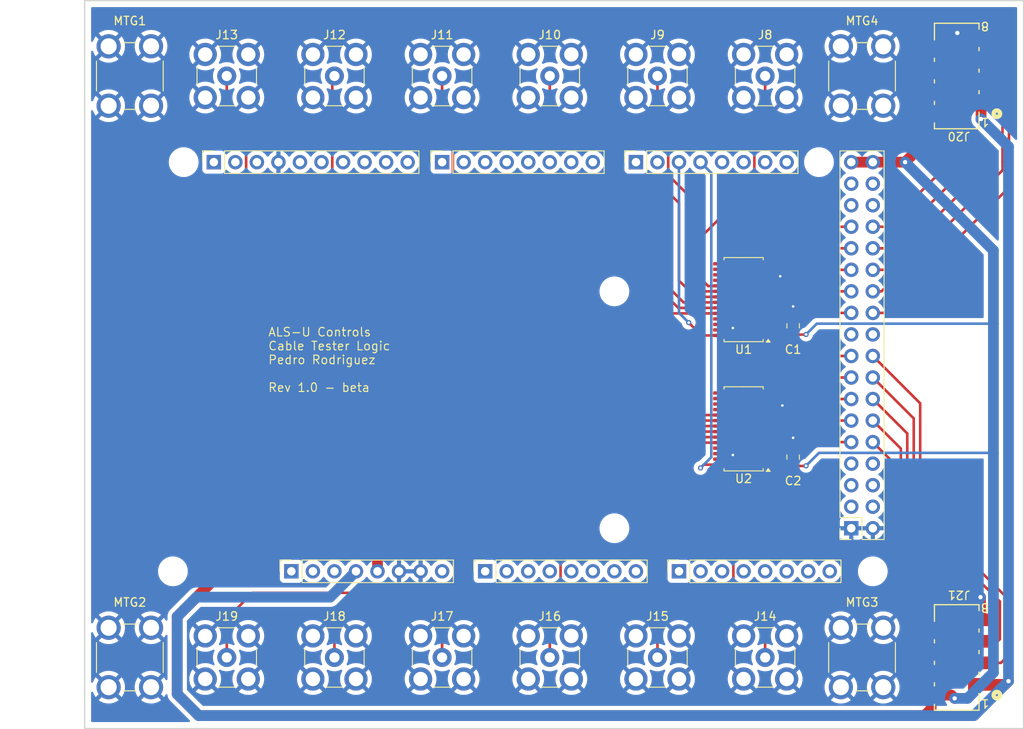
<source format=kicad_pcb>
(kicad_pcb (version 20241229) (generator "pcbnew") (generator_version "9.0")
  (title_block (date "mar. 31 mars 2015"))
  (layers (0 "F.Cu" signal) (2 "B.Cu" signal) (13 "F.Paste" user) (15 "B.Paste" user) (5 "F.SilkS" user "F.Silkscreen") (7 "B.SilkS" user "B.Silkscreen") (1 "F.Mask" user) (3 "B.Mask" user) (25 "Edge.Cuts" user))
  (net 0 "")
  (net 1 "GND")
  (net 2 "/D13")
  (net 3 "/D12")
  (net 4 "/D8")
  (net 5 "/D10")
  (net 6 "/D9")
  (net 7 "/D11")
  (net 8 "/D6")
  (net 9 "/D2")
  (net 10 "/RX{slash}D0")
  (net 11 "/D3")
  (net 12 "/D5")
  (net 13 "/D4")
  (net 14 "/D7")
  (net 15 "/TX{slash}D1")
  (net 16 "/RX3{slash}D15")
  (net 17 "/TX3{slash}D14")
  (net 18 "/RX2{slash}D17")
  (net 19 "/TX2{slash}D16")
  (net 20 "/TX1{slash}D18")
  (net 21 "/RX1{slash}D19")
  (net 22 "/SS{slash}D53")
  (net 23 "/D47")
  (net 24 "/D30")
  (net 25 "/MISO{slash}D50")
  (net 26 "/D48")
  (net 27 "/D36")
  (net 28 "/D31")
  (net 29 "/D43")
  (net 30 "/D28")
  (net 31 "/D29")
  (net 32 "/D33")
  (net 33 "/D45")
  (net 34 "+5V")
  (net 35 "/IOREF")
  (net 36 "/A0")
  (net 37 "/A1")
  (net 38 "/A2")
  (net 39 "/A3")
  (net 40 "/A4")
  (net 41 "/A5")
  (net 42 "/A6")
  (net 43 "/A7")
  (net 44 "/A8")
  (net 45 "/A9")
  (net 46 "/A10")
  (net 47 "/A11")
  (net 48 "/A12")
  (net 49 "/A13")
  (net 50 "/A14")
  (net 51 "/A15")
  (net 52 "/AREF")
  (net 53 "/SCK{slash}D52")
  (net 54 "/D46")
  (net 55 "/D27")
  (net 56 "/D38")
  (net 57 "/D23")
  (net 58 "/MOSI{slash}D51")
  (net 59 "/D42")
  (net 60 "/D37")
  (net 61 "/D49")
  (net 62 "/D40")
  (net 63 "/D34")
  (net 64 "/D39")
  (net 65 "/D44")
  (net 66 "/D35")
  (net 67 "+3V3")
  (net 68 "/SDA1{slash}D25")
  (net 69 "/SCL1{slash}D24")
  (net 70 "/D22")
  (net 71 "/D32")
  (net 72 "/SDA{slash}20")
  (net 73 "/SCL{slash}21")
  (net 74 "VCC")
  (net 75 "/~{RESET}")
  (net 77 "/D26")
  (net 78 "/D41")
  (net 79 "Net-(J8-In)")
  (net 80 "Net-(J9-In)")
  (net 81 "Net-(J10-In)")
  (net 82 "Net-(J11-In)")
  (net 83 "Net-(J12-In)")
  (net 84 "Net-(J13-In)")
  (net 85 "Net-(J14-In)")
  (net 86 "Net-(J15-In)")
  (net 87 "Net-(J16-In)")
  (net 88 "Net-(J17-In)")
  (net 89 "Net-(J18-In)")
  (net 90 "Net-(J19-In)")
  (net 91 "/SDA{slash}D20")
  (net 92 "/SCL{slash}D21")
  (footprint "Connector_PinSocket_2.54mm:PinSocket_2x18_P2.54mm_Vertical" (layer "F.Cu") (at 193.98 92.38 180)
    (property "Reference" "J7" (hide yes))
    (property "Value" "Digital")
  )
  (footprint "Connector_PinSocket_2.54mm:PinSocket_1x08_P2.54mm_Vertical" (layer "F.Cu") (at 127.94 97.46 90)
    (property "Reference" "J1" (hide yes))
    (property "Value" "Power")
  )
  (footprint "Connector_PinSocket_2.54mm:PinSocket_1x08_P2.54mm_Vertical" (layer "F.Cu") (at 150.8 97.46 90)
    (property "Reference" "J3" (hide yes))
    (property "Value" "Analog")
  )
  (footprint "Connector_PinSocket_2.54mm:PinSocket_1x08_P2.54mm_Vertical" (layer "F.Cu") (at 173.66 97.46 90)
    (property "Reference" "J5" (hide yes))
    (property "Value" "Analog")
  )
  (footprint "Connector_PinSocket_2.54mm:PinSocket_1x10_P2.54mm_Vertical" (layer "F.Cu") (at 118.796 49.2 90)
    (property "Reference" "J2" (hide yes))
    (property "Value" "PWM")
  )
  (footprint "Connector_PinSocket_2.54mm:PinSocket_1x08_P2.54mm_Vertical" (layer "F.Cu") (at 145.72 49.2 90)
    (property "Reference" "J4" (hide yes))
    (property "Value" "PWM")
  )
  (footprint "Connector_PinSocket_2.54mm:PinSocket_1x08_P2.54mm_Vertical" (layer "F.Cu") (at 168.58 49.2 90)
    (property "Reference" "J6" (hide yes))
    (property "Value" "Communication")
  )
  (footprint "Project_Footprints:CONN_7-188275-8_TYC" (layer "F.Cu") (at 209.249337 112.065 90)
    (property "Reference" "J21")
    (property "Value" "MircoMatch -8")
  )
  (footprint "Project_Footprints:SMB_Jack_Vertical" (layer "F.Cu") (at 133.02 107.62)
    (property "Reference" "J18")
    (property "Value" "Conn_Coaxial")
  )
  (footprint "Arduino_MountingHole:MountingHole_3.2mm" (layer "F.Cu") (at 196.52 97.46)
    (property "Reference" "MH6" (hide yes))
    (property "Value" "MountingHole_3.2mm" (hide yes))
  )
  (footprint "Capacitor_SMD:C_0805_2012Metric_Pad1.18x1.45mm_HandSolder" (layer "F.Cu") (at 187.122 68.504 90)
    (property "Reference" "C1")
    (property "Value" "100nF")
  )
  (footprint "Project_Footprints:SMB_Jack_Vertical" (layer "F.Cu") (at 120.32 39.04)
    (property "Reference" "J13")
    (property "Value" "Conn_Coaxial")
  )
  (footprint "Project_Footprints:SMB_Jack_Vertical" (layer "F.Cu") (at 145.72 39.04)
    (property "Reference" "J11")
    (property "Value" "Conn_Coaxial")
  )
  (footprint "Project_Footprints:SMB_Jack_Vertical" (layer "F.Cu") (at 145.72 107.62)
    (property "Reference" "J17")
    (property "Value" "Conn_Coaxial")
  )
  (footprint "Arduino_MountingHole:MountingHole_3.2mm" (layer "F.Cu") (at 115.24 49.2)
    (property "Reference" "MH1" (hide yes))
    (property "Value" "MountingHole_3.2mm" (hide yes))
  )
  (footprint "Capacitor_SMD:C_0805_2012Metric_Pad1.18x1.45mm_HandSolder" (layer "F.Cu") (at 187.122 83.998 90)
    (property "Reference" "C2")
    (property "Value" "100nF")
  )
  (footprint "Project_Footprints:SMB_Jack_Vertical" (layer "F.Cu") (at 171.12 107.62)
    (property "Reference" "J15")
    (property "Value" "Conn_Coaxial")
  )
  (footprint "Project_Footprints:SMB_Jack_Vertical" (layer "F.Cu") (at 183.82 107.62)
    (property "Reference" "J14")
    (property "Value" "Conn_Coaxial")
  )
  (footprint "Project_Footprints:KEYSTONE_7693-5" (layer "F.Cu") (at 195.25 107.62)
    (property "Reference" "MTG3")
    (property "Value" "Conn_02x02_Counter_Clockwise")
  )
  (footprint "Package_SO:TSSOP-28_4.4x9.7mm_P0.65mm" (layer "F.Cu") (at 181.28 80.655 180)
    (property "Reference" "U2")
    (property "Value" "DG1206EUI+")
  )
  (footprint "Project_Footprints:SMB_Jack_Vertical" (layer "F.Cu") (at 171.12 39.04)
    (property "Reference" "J9")
    (property "Value" "Conn_Coaxial")
  )
  (footprint "Project_Footprints:SMB_Jack_Vertical" (layer "F.Cu") (at 158.42 107.62)
    (property "Reference" "J16")
    (property "Value" "Conn_Coaxial")
  )
  (footprint "Project_Footprints:KEYSTONE_7693-5" (layer "F.Cu") (at 195.25 39.04)
    (property "Reference" "MTG4")
    (property "Value" "Conn_02x02_Counter_Clockwise")
  )
  (footprint "Project_Footprints:SMB_Jack_Vertical" (layer "F.Cu") (at 133.02 39.04)
    (property "Reference" "J12")
    (property "Value" "Conn_Coaxial")
  )
  (footprint "Package_SO:TSSOP-28_4.4x9.7mm_P0.65mm" (layer "F.Cu") (at 181.28 65.415 180)
    (property "Reference" "U1")
    (property "Value" "DG1206EUI+")
  )
  (footprint "Project_Footprints:CONN_7-188275-8_TYC" (layer "F.Cu") (at 209.249337 43.485 90)
    (property "Reference" "J20")
    (property "Value" "MircoMatch -8")
  )
  (footprint "Project_Footprints:KEYSTONE_7693-5" (layer "F.Cu") (at 108.89 107.62)
    (property "Reference" "MTG2")
    (property "Value" "Conn_02x02_Counter_Clockwise")
  )
  (footprint "Project_Footprints:SMB_Jack_Vertical" (layer "F.Cu") (at 183.82 39.04)
    (property "Reference" "J8")
    (property "Value" "Conn_Coaxial")
  )
  (footprint "Project_Footprints:KEYSTONE_7693-5" (layer "F.Cu") (at 108.89 39.04)
    (property "Reference" "MTG1")
    (property "Value" "Conn_02x02_Counter_Clockwise")
  )
  (footprint "Arduino_MountingHole:MountingHole_3.2mm" (layer "F.Cu") (at 113.97 97.46)
    (property "Reference" "MH2" (hide yes))
    (property "Value" "MountingHole_3.2mm" (hide yes))
  )
  (footprint "Arduino_MountingHole:MountingHole_3.2mm" (layer "F.Cu") (at 166.04 64.44)
    (property "Reference" "MH3" (hide yes))
    (property "Value" "MountingHole_3.2mm" (hide yes))
  )
  (footprint "Project_Footprints:SMB_Jack_Vertical" (layer "F.Cu") (at 158.42 39.04)
    (property "Reference" "J10")
    (property "Value" "Conn_Coaxial")
  )
  (footprint "Arduino_MountingHole:MountingHole_3.2mm" (layer "F.Cu") (at 166.04 92.38)
    (property "Reference" "MH4" (hide yes))
    (property "Value" "MountingHole_3.2mm" (hide yes))
  )
  (footprint "Arduino_MountingHole:MountingHole_3.2mm" (layer "F.Cu") (at 190.17 49.2)
    (property "Reference" "MH5" (hide yes))
    (property "Value" "MountingHole_3.2mm" (hide yes))
  )
  (footprint "Project_Footprints:SMB_Jack_Vertical" (layer "F.Cu") (at 120.32 107.62)
    (property "Reference" "J19")
    (property "Value" "Conn_Coaxial")
  )
  (gr_rect (start 103.556 30.15) (end 214.3 116.002) (stroke (width 0.15)) (fill no) (layer "Edge.Cuts"))
  (gr_text "ALS-U Controls\nCable Tester Logic\nPedro Rodriguez\n\nRev 1.0 - beta" (at 125.146 76.378 0) (layer "F.SilkS") (effects (font (size 1.016 1.016) (thickness 0.127)) (justify left bottom)))
  (segment (start 209.22 103.145663) (end 209.249337 103.175) (width 1.27) (layer "F.Cu") (net 1))
  (segment (start 209.22 100.508) (end 209.22 103.145663) (width 1.27) (layer "F.Cu") (net 1))
  (segment (start 184.1425 62.49) (end 185.426 62.49) (width 0.3048) (layer "F.Cu") (net 1))
  (segment (start 178.4175 84.23) (end 179.524 84.23) (width 0.3048) (layer "F.Cu") (net 1))
  (segment (start 207.120563 34.595) (end 206.485563 33.96) (width 1.27) (layer "F.Cu") (net 1))
  (segment (start 178.4175 68.99) (end 179.778 68.99) (width 0.3048) (layer "F.Cu") (net 1))
  (segment (start 179.778 68.99) (end 180.01 68.758) (width 0.3048) (layer "F.Cu") (net 1))
  (segment (start 185.68 77.73) (end 185.852 77.902) (width 0.3048) (layer "F.Cu") (net 1))
  (segment (start 179.524 84.23) (end 180.01 83.744) (width 0.3048) (layer "F.Cu") (net 1))
  (segment (start 187.122 82.9605) (end 187.122 81.712) (width 0.3048) (layer "F.Cu") (net 1))
  (segment (start 209.287437 34.595) (end 207.120563 34.595) (width 1.27) (layer "F.Cu") (net 1))
  (segment (start 187.122 67.4665) (end 187.122 66.218) (width 0.3048) (layer "F.Cu") (net 1))
  (segment (start 185.426 62.49) (end 185.598 62.662) (width 0.3048) (layer "F.Cu") (net 1))
  (segment (start 184.1425 77.73) (end 185.68 77.73) (width 0.3048) (layer "F.Cu") (net 1))
  (via (at 180.01 83.744) (size 0.6096) (drill 0.3048) (layers "F.Cu" "B.Cu") (net 1))
  (via (at 180.01 68.758) (size 0.6096) (drill 0.3048) (layers "F.Cu" "B.Cu") (net 1))
  (via (at 187.122 81.712) (size 0.6096) (drill 0.3048) (layers "F.Cu" "B.Cu") (net 1))
  (via (at 187.122 66.218) (size 0.6096) (drill 0.3048) (layers "F.Cu" "B.Cu") (net 1))
  (via (at 206.485563 33.96) (size 1.27) (drill 0.508) (layers "F.Cu" "B.Cu") (net 1))
  (via (at 185.852 77.902) (size 0.6096) (drill 0.3048) (layers "F.Cu" "B.Cu") (net 1))
  (via (at 209.22 100.508) (size 1.27) (drill 0.508) (layers "F.Cu" "B.Cu") (net 1))
  (via (at 185.598 62.662) (size 0.6096) (drill 0.3048) (layers "F.Cu" "B.Cu") (net 1))
  (segment (start 178.4175 84.88) (end 176.588 84.88) (width 0.3048) (layer "F.Cu") (net 18))
  (segment (start 176.588 84.88) (end 176.2 85.268) (width 0.3048) (layer "F.Cu") (net 18))
  (via (at 176.2 85.268) (size 0.6096) (drill 0.3048) (layers "F.Cu" "B.Cu") (net 18))
  (segment (start 176.2 85.268) (end 177.47 83.998) (width 0.3048) (layer "B.Cu") (net 18))
  (segment (start 177.47 83.998) (end 177.47 50.47) (width 0.3048) (layer "B.Cu") (net 18))
  (segment (start 177.47 50.47) (end 176.2 49.2) (width 0.3048) (layer "B.Cu") (net 18))
  (segment (start 174.803 68.123) (end 176.32 69.64) (width 0.3048) (layer "F.Cu") (net 19))
  (segment (start 176.32 69.64) (end 178.4175 69.64) (width 0.3048) (layer "F.Cu") (net 19))
  (via (at 174.803 68.123) (size 0.6096) (drill 0.3048) (layers "F.Cu" "B.Cu") (net 19))
  (segment (start 173.66 66.98) (end 173.66 49.2) (width 0.3048) (layer "B.Cu") (net 19))
  (segment (start 174.803 68.123) (end 173.66 66.98) (width 0.3048) (layer "B.Cu") (net 19))
  (segment (start 199.06 101.778) (end 201.727 104.445) (width 0.3048) (layer "F.Cu") (net 23))
  (segment (start 196.52 82.22) (end 199.06 84.76) (width 0.3048) (layer "F.Cu") (net 23))
  (segment (start 201.727 104.445) (end 203.399463 104.445) (width 0.3048) (layer "F.Cu") (net 23))
  (segment (start 199.06 84.76) (end 199.06 101.778) (width 0.3048) (layer "F.Cu") (net 23))
  (segment (start 181.9735 58.852) (end 185.852 58.852) (width 0.3048) (layer "F.Cu") (net 24))
  (segment (start 180.9575 61.9) (end 180.9575 59.868) (width 0.3048) (layer "F.Cu") (net 24))
  (segment (start 180.3675 62.49) (end 180.9575 61.9) (width 0.3048) (layer "F.Cu") (net 24))
  (segment (start 180.9575 59.868) (end 181.9735 58.852) (width 0.3048) (layer "F.Cu") (net 24))
  (segment (start 188.9 61.9) (end 193.98 61.9) (width 0.3048) (layer "F.Cu") (net 24))
  (segment (start 178.4175 62.49) (end 180.3675 62.49) (width 0.3048) (layer "F.Cu") (net 24))
  (segment (start 185.852 58.852) (end 188.9 61.9) (width 0.3048) (layer "F.Cu") (net 24))
  (segment (start 196.52 61.9) (end 197.79 61.9) (width 0.3048) (layer "F.Cu") (net 28))
  (segment (start 207.247563 37.516) (end 205.596563 35.865) (width 0.3048) (layer "F.Cu") (net 28))
  (segment (start 205.596563 35.865) (end 203.437563 35.865) (width 0.3048) (layer "F.Cu") (net 28))
  (segment (start 207.247563 52.442437) (end 207.247563 37.516) (width 0.3048) (layer "F.Cu") (net 28))
  (segment (start 197.79 61.9) (end 207.247563 52.442437) (width 0.3048) (layer "F.Cu") (net 28))
  (segment (start 206.426 103.048) (end 200.584 97.206) (width 0.3048) (layer "F.Cu") (net 29))
  (segment (start 205.283 109.525) (end 206.426 108.382) (width 0.3048) (layer "F.Cu") (net 29))
  (segment (start 200.584 97.206) (end 200.584 81.204) (width 0.3048) (layer "F.Cu") (net 29))
  (segment (start 200.584 81.204) (end 196.52 77.14) (width 0.3048) (layer "F.Cu") (net 29))
  (segment (start 206.426 108.382) (end 206.426 103.048) (width 0.3048) (layer "F.Cu") (net 29))
  (segment (start 203.399463 109.525) (end 205.283 109.525) (width 0.3048) (layer "F.Cu") (net 29))
  (segment (start 178.4175 61.84) (end 179.575238 61.84) (width 0.3048) (layer "F.Cu") (net 30))
  (segment (start 179.9415 59.36) (end 181.4655 57.836) (width 0.3048) (layer "F.Cu") (net 30))
  (segment (start 181.4655 57.836) (end 186.0375 57.836) (width 0.3048) (layer "F.Cu") (net 30))
  (segment (start 179.9415 61.473738) (end 179.9415 59.36) (width 0.3048) (layer "F.Cu") (net 30))
  (segment (start 179.575238 61.84) (end 179.9415 61.473738) (width 0.3048) (layer "F.Cu") (net 30))
  (segment (start 186.0375 57.836) (end 187.5615 59.36) (width 0.3048) (layer "F.Cu") (net 30))
  (segment (start 187.5615 59.36) (end 193.98 59.36) (width 0.3048) (layer "F.Cu") (net 30))
  (segment (start 206.485563 39.802) (end 205.088563 38.405) (width 0.3048) (layer "F.Cu") (net 31))
  (segment (start 205.088563 38.405) (end 203.437563 38.405) (width 0.3048) (layer "F.Cu") (net 31))
  (segment (start 206.485563 50.918437) (end 206.485563 39.802) (width 0.3048) (layer "F.Cu") (net 31))
  (segment (start 198.044 59.36) (end 206.485563 50.918437) (width 0.3048) (layer "F.Cu") (net 31))
  (segment (start 196.52 59.36) (end 198.044 59.36) (width 0.3048) (layer "F.Cu") (net 31))
  (segment (start 197.536 64.44) (end 211.819563 50.156437) (width 0.3048) (layer "F.Cu") (net 32))
  (segment (start 211.819563 40.31) (end 211.819563 49.140437) (width 0.3048) (layer "F.Cu") (net 32))
  (segment (start 211.184563 39.675) (end 211.819563 40.31) (width 0.3048) (layer "F.Cu") (net 32))
  (segment (start 196.52 64.44) (end 197.536 64.44) (width 0.3048) (layer "F.Cu") (net 32))
  (segment (start 209.287437 39.675) (end 211.184563 39.675) (width 0.3048) (layer "F.Cu") (net 32))
  (segment (start 211.819563 50.156437) (end 211.819563 49.140437) (width 0.3048) (layer "F.Cu") (net 32))
  (segment (start 205.664 103.302) (end 199.822 97.46) (width 0.3048) (layer "F.Cu") (net 33))
  (segment (start 199.822 82.982) (end 196.52 79.68) (width 0.3048) (layer "F.Cu") (net 33))
  (segment (start 203.399463 106.985) (end 205.283 106.985) (width 0.3048) (layer "F.Cu") (net 33))
  (segment (start 199.822 96.19) (end 199.822 82.982) (width 0.3048) (layer "F.Cu") (net 33))
  (segment (start 205.664 106.604) (end 205.664 103.302) (width 0.3048) (layer "F.Cu") (net 33))
  (segment (start 199.822 97.46) (end 199.822 96.19) (width 0.3048) (layer "F.Cu") (net 33))
  (segment (start 205.283 106.985) (end 205.664 106.604) (width 0.3048) (layer "F.Cu") (net 33))
  (segment (start 138.1 95.936) (end 135.56 93.396) (width 1.27) (layer "F.Cu") (net 34))
  (segment (start 187.122 85.0355) (end 188.6245 85.0355) (width 0.3048) (layer "F.Cu") (net 34))
  (segment (start 205.791 112.065) (end 206.172 112.446) (width 1.27) (layer "F.Cu") (net 34))
  (segment (start 184.1425 69.64) (end 187.0235 69.64) (width 0.3048) (layer "F.Cu") (net 34))
  (segment (start 196.52 49.2) (end 193.98 49.2) (width 1.27) (layer "F.Cu") (net 34))
  (segment (start 186.9665 84.88) (end 187.122 85.0355) (width 0.3048) (layer "F.Cu") (net 34))
  (segment (start 203.399463 113.694537) (end 203.399463 112.065) (width 1.27) (layer "F.Cu") (net 34))
  (segment (start 114.478 102.794) (end 114.478 111.938) (width 1.27) (layer "F.Cu") (net 34))
  (segment (start 117.018 114.478) (end 202.616 114.478) (width 1.27) (layer "F.Cu") (net 34))
  (segment (start 187.122 69.5415) (end 188.6245 69.5415) (width 0.3048) (layer "F.Cu") (net 34))
  (segment (start 184.1425 84.88) (end 186.9665 84.88) (width 0.3048) (layer "F.Cu") (net 34))
  (segment (start 135.56 93.396) (end 123.876 93.396) (width 1.27) (layer "F.Cu") (net 34))
  (segment (start 188.6245 69.5415) (end 188.646 69.52) (width 0.3048) (layer "F.Cu") (net 34))
  (segment (start 202.616 114.478) (end 203.399463 113.694537) (width 1.27) (layer "F.Cu") (net 34))
  (segment (start 114.478 111.938) (end 117.018 114.478) (width 1.27) (layer "F.Cu") (net 34))
  (segment (start 203.399463 112.065) (end 205.791 112.065) (width 1.27) (layer "F.Cu") (net 34))
  (segment (start 123.876 93.396) (end 114.478 102.794) (width 1.27) (layer "F.Cu") (net 34))
  (segment (start 188.6245 85.0355) (end 188.646 85.014) (width 0.3048) (layer "F.Cu") (net 34))
  (segment (start 203.437563 46.092437) (end 203.437563 43.485) (width 1.27) (layer "F.Cu") (net 34))
  (segment (start 200.33 49.2) (end 203.437563 46.092437) (width 1.27) (layer "F.Cu") (net 34))
  (segment (start 187.0235 69.64) (end 187.122 69.5415) (width 0.3048) (layer "F.Cu") (net 34))
  (segment (start 196.52 49.2) (end 200.33 49.2) (width 1.27) (layer "F.Cu") (net 34))
  (segment (start 138.1 97.46) (end 138.1 95.936) (width 1.27) (layer "F.Cu") (net 34))
  (via (at 206.172 112.446) (size 1.27) (drill 0.508) (layers "F.Cu" "B.Cu") (net 34))
  (via (at 188.646 85.014) (size 0.6096) (drill 0.3048) (layers "F.Cu" "B.Cu") (net 34))
  (via (at 188.646 69.52) (size 0.6096) (drill 0.3048) (layers "F.Cu" "B.Cu") (net 34))
  (via (at 200.33 49.2) (size 1.27) (drill 0.508) (layers "F.Cu" "B.Cu") (net 34))
  (segment (start 210.744 68.25) (end 210.744 59.614) (width 1.27) (layer "B.Cu") (net 34))
  (segment (start 210.744 83.49) (end 210.744 68.25) (width 1.27) (layer "B.Cu") (net 34))
  (segment (start 190.17 83.49) (end 210.744 83.49) (width 0.3048) (layer "B.Cu") (net 34))
  (segment (start 210.744 109.398) (end 210.744 83.49) (width 1.27) (layer "B.Cu") (net 34))
  (segment (start 207.696 112.446) (end 210.744 109.398) (width 1.27) (layer "B.Cu") (net 34))
  (segment (start 206.172 112.446) (end 207.696 112.446) (width 1.27) (layer "B.Cu") (net 34))
  (segment (start 189.916 68.25) (end 210.744 68.25) (width 0.3048) (layer "B.Cu") (net 34))
  (segment (start 210.744 59.614) (end 200.33 49.2) (width 1.27) (layer "B.Cu") (net 34))
  (segment (start 188.646 85.014) (end 190.17 83.49) (width 0.3048) (layer "B.Cu") (net 34))
  (segment (start 188.646 69.52) (end 189.916 68.25) (width 0.3048) (layer "B.Cu") (net 34))
  (segment (start 193.98 82.22) (end 191.694 82.22) (width 0.3048) (layer "F.Cu") (net 54))
  (segment (start 185.904 76.43) (end 184.1425 76.43) (width 0.3048) (layer "F.Cu") (net 54))
  (segment (start 191.694 82.22) (end 185.904 76.43) (width 0.3048) (layer "F.Cu") (net 54))
  (segment (start 205.342563 40.945) (end 205.723563 41.326) (width 0.3048) (layer "F.Cu") (net 55))
  (segment (start 198.044 56.82) (end 196.52 56.82) (width 0.3048) (layer "F.Cu") (net 55))
  (segment (start 205.723563 49.140437) (end 198.044 56.82) (width 0.3048) (layer "F.Cu") (net 55))
  (segment (start 205.723563 41.326) (end 205.723563 49.140437) (width 0.3048) (layer "F.Cu") (net 55))
  (segment (start 203.437563 40.945) (end 205.342563 40.945) (width 0.3048) (layer "F.Cu") (net 55))
  (segment (start 189.154 73.33) (end 190.424 72.06) (width 0.3048) (layer "F.Cu") (net 56))
  (segment (start 190.424 72.06) (end 193.98 72.06) (width 0.3048) (layer "F.Cu") (net 56))
  (segment (start 180.518 73.33) (end 186.614 73.33) (width 0.3048) (layer "F.Cu") (net 56))
  (segment (start 178.4175 76.43) (end 178.4175 75.4305) (width 0.3048) (layer "F.Cu") (net 56))
  (segment (start 178.4175 75.4305) (end 180.518 73.33) (width 0.3048) (layer "F.Cu") (net 56))
  (segment (start 186.614 73.33) (end 189.154 73.33) (width 0.3048) (layer "F.Cu") (net 56))
  (segment (start 187.63 74.854) (end 189.916 77.14) (width 0.3048) (layer "F.Cu") (net 59))
  (segment (start 189.916 77.14) (end 193.98 77.14) (width 0.3048) (layer "F.Cu") (net 59))
  (segment (start 182.804 74.854) (end 187.63 74.854) (width 0.3048) (layer "F.Cu") (net 59))
  (segment (start 178.4175 77.73) (end 179.928 77.73) (width 0.3048) (layer "F.Cu") (net 59))
  (segment (start 179.928 77.73) (end 182.804 74.854) (width 0.3048) (layer "F.Cu") (net 59))
  (segment (start 178.4175 77.08) (end 179.435 77.08) (width 0.3048) (layer "F.Cu") (net 62))
  (segment (start 188.9 74.092) (end 186.106 74.092) (width 0.3048) (layer "F.Cu") (net 62))
  (segment (start 189.408 74.6) (end 188.9 74.092) (width 0.3048) (layer "F.Cu") (net 62))
  (segment (start 193.98 74.6) (end 189.408 74.6) (width 0.3048) (layer "F.Cu") (net 62))
  (segment (start 182.423 74.092) (end 186.106 74.092) (width 0.3048) (layer "F.Cu") (net 62))
  (segment (start 179.435 77.08) (end 182.423 74.092) (width 0.3048) (layer "F.Cu") (net 62))
  (segment (start 185.65 61.19) (end 191.44 66.98) (width 0.3048) (layer "F.Cu") (net 63))
  (segment (start 191.44 66.98) (end 193.98 66.98) (width 0.3048) (layer "F.Cu") (net 63))
  (segment (start 184.1425 61.19) (end 185.65 61.19) (width 0.3048) (layer "F.Cu") (net 63))
  (segment (start 209.249337 108.255) (end 211.633 108.255) (width 0.3048) (layer "F.Cu") (net 64))
  (segment (start 212.268 100.508) (end 202.108 90.348) (width 0.3048) (layer "F.Cu") (net 64))
  (segment (start 212.268 107.62) (end 212.268 100.508) (width 0.3048) (layer "F.Cu") (net 64))
  (segment (start 202.108 90.348) (end 202.108 77.648) (width 0.3048) (layer "F.Cu") (net 64))
  (segment (start 202.108 77.648) (end 196.52 72.06) (width 0.3048) (layer "F.Cu") (net 64))
  (segment (start 211.633 108.255) (end 212.268 107.62) (width 0.3048) (layer "F.Cu") (net 64))
  (segment (start 186.868 75.616) (end 183.312 75.616) (width 0.3048) (layer "F.Cu") (net 65))
  (segment (start 183.312 75.616) (end 180.548 78.38) (width 0.3048) (layer "F.Cu") (net 65))
  (segment (start 180.548 78.38) (end 178.4175 78.38) (width 0.3048) (layer "F.Cu") (net 65))
  (segment (start 190.932 79.68) (end 186.868 75.616) (width 0.3048) (layer "F.Cu") (net 65))
  (segment (start 193.98 79.68) (end 190.932 79.68) (width 0.3048) (layer "F.Cu") (net 65))
  (segment (start 196.52 66.98) (end 197.79 66.98) (width 0.3048) (layer "F.Cu") (net 66))
  (segment (start 197.79 66.98) (end 212.581563 52.188437) (width 0.3048) (layer "F.Cu") (net 66))
  (segment (start 212.581563 38.532) (end 211.184563 37.135) (width 0.3048) (layer "F.Cu") (net 66))
  (segment (start 211.184563 37.135) (end 209.287437 37.135) (width 0.3048) (layer "F.Cu") (net 66))
  (segment (start 212.581563 52.188437) (end 212.581563 38.532) (width 0.3048) (layer "F.Cu") (net 66))
  (segment (start 209.249337 110.795) (end 212.141 110.795) (width 1.27) (layer "F.Cu") (net 67))
  (segment (start 209.287437 42.215) (end 209.287437 44.112126) (width 1.27) (layer "F.Cu") (net 67))
  (segment (start 209.287437 44.112126) (end 209.279563 44.12) (width 1.27) (layer "F.Cu") (net 67))
  (segment (start 212.141 110.795) (end 212.522 110.414) (width 1.27) (layer "F.Cu") (net 67))
  (via (at 209.279563 44.12) (size 1.27) (drill 0.508) (layers "F.Cu" "B.Cu") (net 67))
  (via (at 212.522 110.414) (size 1.27) (drill 0.508) (layers "F.Cu" "B.Cu") (net 67))
  (segment (start 212.522 47.362437) (end 209.279563 44.12) (width 1.27) (layer "B.Cu") (net 67))
  (segment (start 132.512 100.508) (end 135.56 97.46) (width 1.27) (layer "B.Cu") (net 67))
  (segment (start 212.522 110.414) (end 208.458 114.478) (width 1.27) (layer "B.Cu") (net 67))
  (segment (start 116.764 100.508) (end 132.512 100.508) (width 1.27) (layer "B.Cu") (net 67))
  (segment (start 208.458 114.478) (end 117.018 114.478) (width 1.27) (layer "B.Cu") (net 67))
  (segment (start 212.522 110.414) (end 212.522 47.362437) (width 1.27) (layer "B.Cu") (net 67))
  (segment (start 114.478 102.794) (end 116.764 100.508) (width 1.27) (layer "B.Cu") (net 67))
  (segment (start 117.018 114.478) (end 114.478 111.938) (width 1.27) (layer "B.Cu") (net 67))
  (segment (start 114.478 111.938) (end 114.478 102.794) (width 1.27) (layer "B.Cu") (net 67))
  (segment (start 178.4175 63.14) (end 181.2415 63.14) (width 0.3048) (layer "F.Cu") (net 71))
  (segment (start 190.17 64.44) (end 193.98 64.44) (width 0.3048) (layer "F.Cu") (net 71))
  (segment (start 185.598 59.868) (end 190.17 64.44) (width 0.3048) (layer "F.Cu") (net 71))
  (segment (start 182.804 59.868) (end 185.598 59.868) (width 0.3048) (layer "F.Cu") (net 71))
  (segment (start 182.296 60.376) (end 182.804 59.868) (width 0.3048) (layer "F.Cu") (net 71))
  (segment (start 181.2415 63.14) (end 182.296 62.0855) (width 0.3048) (layer "F.Cu") (net 71))
  (segment (start 182.296 62.0855) (end 182.296 60.376) (width 0.3048) (layer "F.Cu") (net 71))
  (segment (start 178.4175 61.19) (end 178.4175 58.852) (width 0.3048) (layer "F.Cu") (net 77))
  (segment (start 178.4175 58.852) (end 180.4495 56.82) (width 0.3048) (layer "F.Cu") (net 77))
  (segment (start 180.4495 56.82) (end 193.98 56.82) (width 0.3048) (layer "F.Cu") (net 77))
  (segment (start 211.506 101.016) (end 201.346 90.856) (width 0.3048) (layer "F.Cu") (net 78))
  (segment (start 211.506 105.461) (end 211.506 101.016) (width 0.3048) (layer "F.Cu") (net 78))
  (segment (start 201.346 79.426) (end 196.52 74.6) (width 0.3048) (layer "F.Cu") (net 78))
  (segment (start 211.252 105.715) (end 211.506 105.461) (width 0.3048) (layer "F.Cu") (net 78))
  (segment (start 209.249337 105.715) (end 211.252 105.715) (width 0.3048) (layer "F.Cu") (net 78))
  (segment (start 201.346 90.856) (end 201.346 79.426) (width 0.3048) (layer "F.Cu") (net 78))
  (segment (start 178.4175 63.79) (end 178.3976 63.8099) (width 0.3048) (layer "F.Cu") (net 79))
  (segment (start 177.0939 63.8099) (end 175.692 62.408) (width 0.3048) (layer "F.Cu") (net 79))
  (segment (start 182.55 51.74) (end 182.55 45.136) (width 0.3048) (layer "F.Cu") (net 79))
  (segment (start 178.3976 63.8099) (end 177.0939 63.8099) (width 0.3048) (layer "F.Cu") (net 79))
  (segment (start 183.82 43.866) (end 183.82 39.04) (width 0.3048) (layer "F.Cu") (net 79))
  (segment (start 182.55 45.136) (end 183.82 43.866) (width 0.3048) (layer "F.Cu") (net 79))
  (segment (start 175.692 58.598) (end 182.55 51.74) (width 0.3048) (layer "F.Cu") (net 79))
  (segment (start 175.692 62.408) (end 175.692 58.598) (width 0.3048) (layer "F.Cu") (net 79))
  (segment (start 178.4175 64.44) (end 176.454 64.44) (width 0.3048) (layer "F.Cu") (net 80))
  (segment (start 174.676 53.01) (end 172.39 50.724) (width 0.3048) (layer "F.Cu") (net 80))
  (segment (start 171.12 43.866) (end 171.12 39.04) (width 0.3048) (layer "F.Cu") (net 80))
  (segment (start 172.39 50.724) (end 172.39 45.136) (width 0.3048) (layer "F.Cu") (net 80))
  (segment (start 174.676 62.662) (end 174.676 53.01) (width 0.3048) (layer "F.Cu") (net 80))
  (segment (start 172.39 45.136) (end 171.12 43.866) (width 0.3048) (layer "F.Cu") (net 80))
  (segment (start 176.454 64.44) (end 174.676 62.662) (width 0.3048) (layer "F.Cu") (net 80))
  (segment (start 163.5 44.374) (end 160.452 44.374) (width 0.3048) (layer "F.Cu") (net 81))
  (segment (start 175.58 65.09) (end 173.66 63.17) (width 0.3048) (layer "F.Cu") (net 81))
  (segment (start 160.452 44.374) (end 158.42 42.342) (width 0.3048) (layer "F.Cu") (net 81))
  (segment (start 173.66 54.026) (end 171.374 51.74) (width 0.3048) (layer "F.Cu") (net 81))
  (segment (start 171.374 51.74) (end 167.564 51.74) (width 0.3048) (layer "F.Cu") (net 81))
  (segment (start 166.04 46.914) (end 163.5 44.374) (width 0.3048) (layer "F.Cu") (net 81))
  (segment (start 166.04 50.216) (end 166.04 46.914) (width 0.3048) (layer "F.Cu") (net 81))
  (segment (start 167.564 51.74) (end 166.04 50.216) (width 0.3048) (layer "F.Cu") (net 81))
  (segment (start 158.42 42.342) (end 158.42 39.04) (width 0.3048) (layer "F.Cu") (net 81))
  (segment (start 173.66 63.17) (end 173.66 54.026) (width 0.3048) (layer "F.Cu") (net 81))
  (segment (start 178.4175 65.09) (end 175.58 65.09) (width 0.3048) (layer "F.Cu") (net 81))
  (segment (start 178.4175 65.74) (end 174.198 65.74) (width 0.3048) (layer "F.Cu") (net 82))
  (segment (start 172.644 64.186) (end 172.644 55.042) (width 0.3048) (layer "F.Cu") (net 82))
  (segment (start 146.99 51.232) (end 146.99 44.882) (width 0.3048) (layer "F.Cu") (net 82))
  (segment (start 174.198 65.74) (end 172.644 64.186) (width 0.3048) (layer "F.Cu") (net 82))
  (segment (start 172.644 55.042) (end 170.358 52.756) (width 0.3048) (layer "F.Cu") (net 82))
  (segment (start 145.72 43.612) (end 145.72 39.04) (width 0.3048) (layer "F.Cu") (net 82))
  (segment (start 148.514 52.756) (end 146.99 51.232) (width 0.3048) (layer "F.Cu") (net 82))
  (segment (start 170.358 52.756) (end 148.514 52.756) (width 0.3048) (layer "F.Cu") (net 82))
  (segment (start 146.99 44.882) (end 145.72 43.612) (width 0.3048) (layer "F.Cu") (net 82))
  (segment (start 169.85 53.772) (end 135.814 53.772) (width 0.3048) (layer "F.Cu") (net 83))
  (segment (start 173.578 66.39) (end 171.628 64.44) (width 0.3048) (layer "F.Cu") (net 83))
  (segment (start 132.766 39.294) (end 133.02 39.04) (width 0.3048) (layer "F.Cu") (net 83))
  (segment (start 171.628 55.55) (end 169.85 53.772) (width 0.3048) (layer "F.Cu") (net 83))
  (segment (start 135.814 53.772) (end 132.766 50.724) (width 0.3048) (layer "F.Cu") (net 83))
  (segment (start 178.4175 66.39) (end 173.578 66.39) (width 0.3048) (layer "F.Cu") (net 83))
  (segment (start 171.628 64.44) (end 171.628 55.55) (width 0.3048) (layer "F.Cu") (net 83))
  (segment (start 132.766 50.724) (end 132.766 39.294) (width 0.3048) (layer "F.Cu") (net 83))
  (segment (start 170.358 56.566) (end 168.834 55.042) (width 0.3048) (layer "F.Cu") (net 84))
  (segment (start 170.358 64.694) (end 170.358 56.566) (width 0.3048) (layer "F.Cu") (net 84))
  (segment (start 120.32 43.358) (end 120.32 39.04) (width 0.3048) (layer "F.Cu") (net 84))
  (segment (start 125.146 55.042) (end 122.606 52.502) (width 0.3048) (layer "F.Cu") (net 84))
  (segment (start 172.704 67.04) (end 170.358 64.694) (width 0.3048) (layer "F.Cu") (net 84))
  (segment (start 168.834 55.042) (end 125.146 55.042) (width 0.3048) (layer "F.Cu") (net 84))
  (segment (start 122.606 52.502) (end 122.606 45.644) (width 0.3048) (layer "F.Cu") (net 84))
  (segment (start 178.4175 67.04) (end 172.704 67.04) (width 0.3048) (layer "F.Cu") (net 84))
  (segment (start 122.606 45.644) (end 120.32 43.358) (width 0.3048) (layer "F.Cu") (net 84))
  (segment (start 174.676 89.84) (end 180.0734 95.2374) (width 0.3048) (layer "F.Cu") (net 85))
  (segment (start 178.4175 82.28) (end 176.648 82.28) (width 0.3048) (layer "F.Cu") (net 85))
  (segment (start 176.648 82.28) (end 174.676 84.252) (width 0.3048) (layer "F.Cu") (net 85))
  (segment (start 180.0734 99.5554) (end 183.82 103.302) (width 0.3048) (layer "F.Cu") (net 85))
  (segment (start 183.82 103.302) (end 183.82 107.62) (width 0.3048) (layer "F.Cu") (net 85))
  (segment (start 174.676 84.252) (end 174.676 89.84) (width 0.3048) (layer "F.Cu") (net 85))
  (segment (start 180.0734 95.2374) (end 180.0734 99.5554) (width 0.3048) (layer "F.Cu") (net 85))
  (segment (start 176.282 81.63) (end 171.12 86.792) (width 0.3048) (layer "F.Cu") (net 86))
  (segment (start 171.12 86.792) (end 171.12 107.62) (width 0.3048) (layer "F.Cu") (net 86))
  (segment (start 178.4175 81.63) (end 176.282 81.63) (width 0.3048) (layer "F.Cu") (net 86))
  (segment (start 158.42 101.778) (end 158.42 107.62) (width 0.3048) (layer "F.Cu") (net 87))
  (segment (start 178.4175 80.98) (end 172.106 80.98) (width 0.3048) (layer "F.Cu") (net 87))
  (segment (start 172.106 80.98) (end 159.69 93.396) (width 0.3048) (layer "F.Cu") (net 87))
  (segment (start 159.69 100.508) (end 158.42 101.778) (width 0.3048) (layer "F.Cu") (net 87))
  (segment (start 159.69 93.396) (end 159.69 100.508) (width 0.3048) (layer "F.Cu") (net 87))
  (segment (start 148.768 95.174) (end 148.768 100) (width 0.3048) (layer "F.Cu") (net 88))
  (segment (start 163.612 80.33) (end 148.768 95.174) (width 0.3048) (layer "F.Cu") (net 88))
  (segment (start 148.768 100) (end 145.72 103.048) (width 0.3048) (layer "F.Cu") (net 88))
  (segment (start 178.4175 80.33) (end 163.612 80.33) (width 0.3048) (layer "F.Cu") (net 88))
  (segment (start 145.72 103.048) (end 145.72 107.62) (width 0.3048) (layer "F.Cu") (net 88))
  (segment (start 148.006 99.492) (end 145.974 101.524) (width 0.3048) (layer "F.Cu") (net 89))
  (segment (start 162.738 79.68) (end 148.006 94.412) (width 0.3048) (layer "F.Cu") (net 89))
  (segment (start 145.974 101.524) (end 135.052 101.524) (width 0.3048) (layer "F.Cu") (net 89))
  (segment (start 148.006 94.412) (end 148.006 99.492) (width 0.3048) (layer "F.Cu") (net 89))
  (segment (start 133.02 103.556) (end 133.02 107.62) (width 0.3048) (layer "F.Cu") (net 89))
  (segment (start 135.052 101.524) (end 133.02 103.556) (width 0.3048) (layer "F.Cu") (net 89))
  (segment (start 178.4175 79.68) (end 162.738 79.68) (width 0.3048) (layer "F.Cu") (net 89))
  (segment (start 147.244 98.73) (end 145.974 100) (width 0.3048) (layer "F.Cu") (net 90))
  (segment (start 123.368 100) (end 120.32 103.048) (width 0.3048) (layer "F.Cu") (net 90))
  (segment (start 120.32 103.048) (end 120.32 107.62) (width 0.3048) (layer "F.Cu") (net 90))
  (segment (start 178.4175 79.03) (end 161.356 79.03) (width 0.3048) (layer "F.Cu") (net 90))
  (segment (start 147.244 93.142) (end 147.244 98.73) (width 0.3048) (layer "F.Cu") (net 90))
  (segment (start 161.356 79.03) (end 147.244 93.142) (width 0.3048) (layer "F.Cu") (net 90))
  (segment (start 145.974 100) (end 123.368 100) (width 0.3048) (layer "F.Cu") (net 90))
  (zone (net 1) (net_name "GND") (layer "B.Cu") (connect_pads (clearance 0.508)) (min_thickness 0.25) (fill yes (thermal_gap 0.5) (thermal_bridge_width 0.5))
    (polygon (pts (xy 104.318 30.912) (xy 213.538 30.912) (xy 213.538 115.24) (xy 104.318 115.24)))
  )
)
</source>
